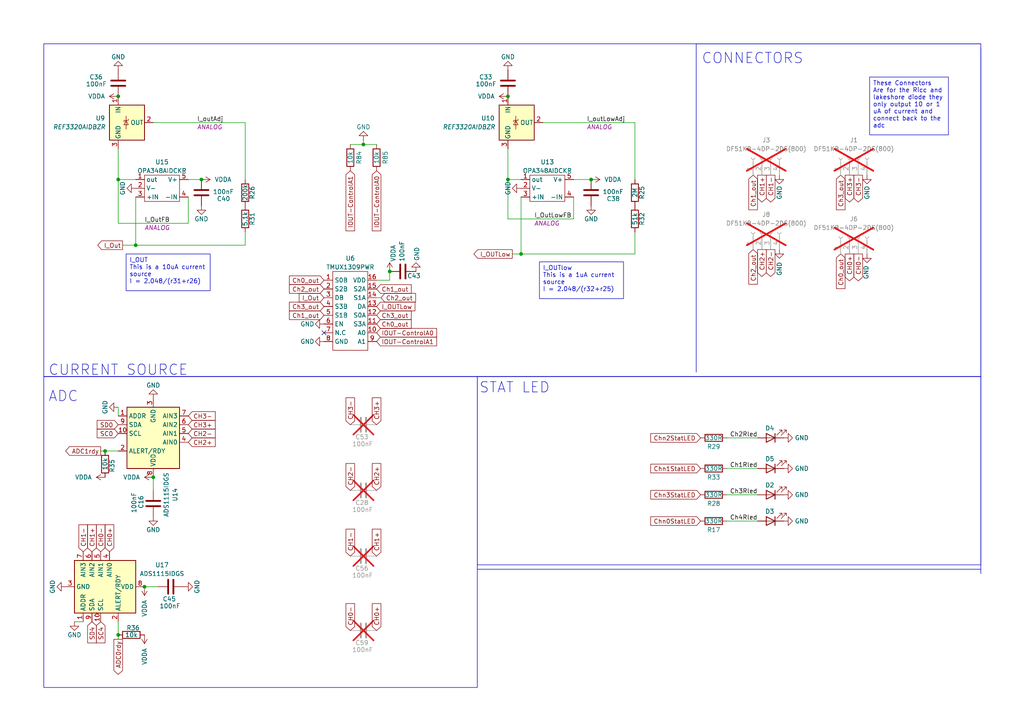
<source format=kicad_sch>
(kicad_sch (version 20250114) (generator "eeschema") (generator_version "9.0")
  (paper "A4")
  (title_block (title "TempMonitorV3.0") (date "2024-09-09") (rev "3.0") (company "ChipDesignSystems") (comment 1 "Desighned by : Lawrance Kiamilev"))
  (lib_symbols
    (symbol "Analog_ADC:ADS1115IDGS"
      (property "Reference" "U" (at 2.54 13.97 0))
      (property "Value" "ADS1115IDGS" (at 7.62 11.43 0))
      (symbol "ADS1115IDGS_0_1"
        (rectangle (start -7.62 10.16) (end 7.62 -7.62) (stroke (width 0.254)) (fill (type background)))
      )
      (symbol "ADS1115IDGS_1_1"
        (pin input line (at -10.16 2.54 0) (length 2.54) (name "AIN0") (number "4"))
        (pin input line (at -10.16 0 0) (length 2.54) (name "AIN1") (number "5"))
        (pin input line (at -10.16 -2.54 0) (length 2.54) (name "AIN2") (number "6"))
        (pin input line (at -10.16 -5.08 0) (length 2.54) (name "AIN3") (number "7"))
        (pin power_in line (at 0 12.7 270) (length 2.54) (name "VDD") (number "8"))
        (pin power_in line (at 0 -10.16 90) (length 2.54) (name "GND") (number "3"))
        (pin output line (at 10.16 5.08 180) (length 2.54) (name "ALERT/RDY") (number "2"))
        (pin input line (at 10.16 0 180) (length 2.54) (name "SCL") (number "10"))
        (pin bidirectional line (at 10.16 -2.54 180) (length 2.54) (name "SDA") (number "9"))
        (pin input line (at 10.16 -5.08 180) (length 2.54) (name "ADDR") (number "1"))
      )
    )
    (symbol "Connector:Conn_01x04_Socket" (pin_names (offset 1.016) (hide yes))
      (property "Reference" "J" (at 0 5.08 0))
      (property "Value" "Conn_01x04_Socket" (at 0 -7.62 0))
      (symbol "Conn_01x04_Socket_1_1"
        (polyline (pts (xy -1.27 2.54) (xy -0.508 2.54)) (stroke (width 0.1524)))
        (polyline (pts (xy -1.27 0) (xy -0.508 0)) (stroke (width 0.1524)))
        (polyline (pts (xy -1.27 -2.54) (xy -0.508 -2.54)) (stroke (width 0.1524)))
        (polyline (pts (xy -1.27 -5.08) (xy -0.508 -5.08)) (stroke (width 0.1524)))
        (arc (start 0 2.032) (mid -0.5058 2.54) (end 0 3.048) (stroke (width 0.1524)))
        (arc (start 0 -0.508) (mid -0.5058 0) (end 0 0.508) (stroke (width 0.1524)))
        (arc (start 0 -3.048) (mid -0.5058 -2.54) (end 0 -2.032) (stroke (width 0.1524)))
        (arc (start 0 -5.588) (mid -0.5058 -5.08) (end 0 -4.572) (stroke (width 0.1524)))
        (pin passive line (at -5.08 2.54 0) (length 3.81) (name "Pin_1") (number "1"))
        (pin passive line (at -5.08 0 0) (length 3.81) (name "Pin_2") (number "2"))
        (pin passive line (at -5.08 -2.54 0) (length 3.81) (name "Pin_3") (number "3"))
        (pin passive line (at -5.08 -5.08 0) (length 3.81) (name "Pin_4") (number "4"))
      )
    )
    (symbol "Device:C" (pin_numbers (hide yes)) (pin_names (offset 0.254))
      (property "Reference" "C" (at 0.635 2.54 0))
      (property "Value" "C" (at 0.635 -2.54 0))
      (symbol "C_0_1"
        (polyline (pts (xy -2.032 0.762) (xy 2.032 0.762)) (stroke (width 0.508)))
        (polyline (pts (xy -2.032 -0.762) (xy 2.032 -0.762)) (stroke (width 0.508)))
      )
      (symbol "C_1_1"
        (pin passive line (at 0 3.81 270) (length 2.794) (name "~") (number "1"))
        (pin passive line (at 0 -3.81 90) (length 2.794) (name "~") (number "2"))
      )
    )
    (symbol "Device:LED" (pin_numbers (hide yes)) (pin_names (offset 1.016) (hide yes))
      (property "Reference" "D" (at 0 2.54 0))
      (property "Value" "LED" (at 0 -2.54 0))
      (symbol "LED_0_1"
        (polyline (pts (xy -3.048 -0.762) (xy -4.572 -2.286) (xy -3.81 -2.286) (xy -4.572 -2.286) (xy -4.572 -1.524)))
        (polyline (pts (xy -1.778 -0.762) (xy -3.302 -2.286) (xy -2.54 -2.286) (xy -3.302 -2.286) (xy -3.302 -1.524)))
        (polyline (pts (xy -1.27 0) (xy 1.27 0)))
        (polyline (pts (xy -1.27 -1.27) (xy -1.27 1.27)) (stroke (width 0.254)))
        (polyline (pts (xy 1.27 -1.27) (xy 1.27 1.27) (xy -1.27 0) (xy 1.27 -1.27)) (stroke (width 0.254)))
      )
      (symbol "LED_1_1"
        (pin passive line (at -3.81 0 0) (length 2.54) (name "K") (number "1"))
        (pin passive line (at 3.81 0 180) (length 2.54) (name "A") (number "2"))
      )
    )
    (symbol "Device:R" (pin_numbers (hide yes)) (pin_names (offset 0))
      (property "Reference" "R" (at 2.032 0 90))
      (property "Value" "R" (at 0 0 90))
      (symbol "R_0_1"
        (rectangle (start -1.016 -2.54) (end 1.016 2.54) (stroke (width 0.254)))
      )
      (symbol "R_1_1"
        (pin passive line (at 0 3.81 270) (length 1.27) (name "~") (number "1"))
        (pin passive line (at 0 -3.81 90) (length 1.27) (name "~") (number "2"))
      )
    )
    (symbol "Reference_Voltage:REF3020" (pin_names (offset 0.254))
      (property "Reference" "U" (at 0 6.35 0))
      (property "Value" "REF3020" (at 2.54 -6.35 0))
      (symbol "REF3020_0_1"
        (rectangle (start -5.08 5.08) (end 5.08 -5.08) (stroke (width 0.254)) (fill (type background)))
        (polyline (pts (xy -0.889 -0.635) (xy 0.381 -0.635) (xy -0.254 0.635) (xy -0.889 -0.635)))
        (polyline (pts (xy -0.254 1.905) (xy -0.254 -1.905)))
        (polyline (pts (xy 0.381 1.016) (xy 0.381 0.635) (xy -0.889 0.635) (xy -0.889 0.254)))
      )
      (symbol "REF3020_1_1"
        (pin power_in line (at -2.54 7.62 270) (length 2.54) (name "IN") (number "1"))
        (pin power_in line (at -2.54 -7.62 90) (length 2.54) (name "GND") (number "3"))
        (pin power_out line (at 7.62 0 180) (length 2.54) (name "OUT") (number "2"))
      )
    )
    (symbol "power:GND" (power) (pin_names (offset 0))
      (property "Value" "GND" (at 0 -3.81 0))
      (symbol "GND_0_1"
        (polyline (pts (xy 0 0) (xy 0 -1.27) (xy 1.27 -1.27) (xy 0 -2.54) (xy -1.27 -1.27) (xy 0 -1.27)))
      )
      (symbol "GND_1_1"
        (pin power_in line (at 0 0 270) (length 0) (hide yes) (name "GND") (number "1"))
      )
    )
    (symbol "power:VDDA" (power) (pin_names (offset 0))
      (property "Value" "VDDA" (at 0 3.81 0))
      (symbol "VDDA_0_1"
        (polyline (pts (xy -0.762 1.27) (xy 0 2.54)))
        (polyline (pts (xy 0 2.54) (xy 0.762 1.27)))
        (polyline (pts (xy 0 0) (xy 0 2.54)))
      )
      (symbol "VDDA_1_1"
        (pin power_in line (at 0 0 90) (length 0) (hide yes) (name "VDDA") (number "1"))
      )
    )
    (symbol "user:OPAx348"
      (property "Reference" "U" (at 0 -5.334 0))
      (symbol "OPAx348_0_1"
        (rectangle (start -5.08 3.81) (end 5.08 -3.81))
      )
      (symbol "OPAx348_1_1"
        (pin input line (at -7.62 2.54 0) (length 2.54) (name "out") (number "1"))
        (pin input line (at -7.62 0 0) (length 2.54) (name "V-") (number "2"))
        (pin input line (at -7.62 -2.54 0) (length 2.54) (name "+IN") (number "3"))
        (pin input line (at 7.62 2.54 180) (length 2.54) (name "V+") (number "5"))
        (pin input line (at 7.62 -2.54 180) (length 2.54) (name "-IN") (number "4"))
      )
    )
    (symbol "user:TMUX1309A"
      (property "Reference" "U" (at 0 0 0))
      (symbol "TMUX1309A_0_1"
        (rectangle (start -5.08 10.16) (end 5.08 -12.7))
      )
      (symbol "TMUX1309A_1_1"
        (pin input line (at -7.62 7.62 0) (length 2.54) (name "S0B") (number "1"))
        (pin input line (at -7.62 5.08 0) (length 2.54) (name "S2B") (number "2"))
        (pin input line (at -7.62 2.54 0) (length 2.54) (name "DB") (number "3"))
        (pin input line (at -7.62 0 0) (length 2.54) (name "S3B") (number "4"))
        (pin input line (at -7.62 -2.54 0) (length 2.54) (name "S1B") (number "5"))
        (pin input line (at -7.62 -5.08 0) (length 2.54) (name "EN") (number "6"))
        (pin input line (at -7.62 -7.62 0) (length 2.54) (name "N.C") (number "7"))
        (pin input line (at -7.62 -10.16 0) (length 2.54) (name "GND") (number "8"))
        (pin input line (at 7.62 7.62 180) (length 2.54) (name "VDD") (number "16"))
        (pin input line (at 7.62 5.08 180) (length 2.54) (name "S2A") (number "15"))
        (pin input line (at 7.62 2.54 180) (length 2.54) (name "S1A") (number "14"))
        (pin input line (at 7.62 0 180) (length 2.54) (name "DA") (number "13"))
        (pin input line (at 7.62 -2.54 180) (length 2.54) (name "S0A") (number "12"))
        (pin input line (at 7.62 -5.08 180) (length 2.54) (name "S3A") (number "11"))
        (pin input line (at 7.62 -7.62 180) (length 2.54) (name "A0") (number "10"))
        (pin input line (at 7.62 -10.16 180) (length 2.54) (name "A1") (number "9"))
      )
    )
  )
  (rectangle (start 12.7 12.7) (end 284.48 109.22))
  (rectangle (start 138.43 109.22) (end 284.48 163.83))
  (rectangle (start 12.7 109.22) (end 138.43 199.39))
  (text "CONNECTORS" (at 203.454 18.796 0) (effects (font (size 3 3)) (justify left bottom)))
  (text "ADC" (at 13.97 116.84 0) (effects (font (size 3 3)) (justify left bottom)))
  (text "STAT LED" (at 138.938 114.3 0) (effects (font (size 3 3)) (justify left bottom)))
  (text "CURRENT SOURCE" (at 13.97 109.22 0) (effects (font (size 3 3)) (justify left bottom)))
  (text_box "These Connectors Are for the Ricc and lakeshore diode they only output 10 or 1 uA of current and connect back to the adc" (at 252.222 22.352 0) (size 22.86 16.764) (margins 0.9525 0.9525 0.9525 0.9525) (effects (font (size 1.27 1.27)) (justify left top)))
  (text_box "I_OUT \nThis is a 10uA current source\nI = 2.048/(r31+r26)" (at 36.576 73.66 0) (size 24.384 10.668) (margins 0.9525 0.9525 0.9525 0.9525) (effects (font (size 1.27 1.27)) (justify left top)))
  (text_box "I_OUTlow \nThis is a 1uA current source\nI = 2.048/(r32+r25)" (at 156.464 75.946 0) (size 24.384 10.668) (margins 0.9525 0.9525 0.9525 0.9525) (effects (font (size 1.27 1.27)) (justify left top)))
  (junction (at 147.32 27.94))
  (junction (at 30.48 130.81))
  (junction (at 151.13 73.66))
  (junction (at 105.41 41.91))
  (junction (at 34.29 27.94))
  (junction (at 171.45 52.07))
  (junction (at 34.29 184.15))
  (junction (at 34.29 52.07))
  (junction (at 58.42 52.07))
  (junction (at 39.37 71.12))
  (junction (at 41.91 170.18))
  (junction (at 113.03 78.74))
  (junction (at 147.32 52.07))
  (junction (at 44.45 138.43))
  (no_connect (at 93.98 96.52))
  (wire (pts (xy 184.15 35.56) (xy 184.15 52.07)))
  (wire (pts (xy 210.82 127) (xy 219.71 127)))
  (wire (pts (xy 151.13 73.66) (xy 184.15 73.66)))
  (wire (pts (xy 166.37 57.15) (xy 166.37 63.5)))
  (wire (pts (xy 147.32 52.07) (xy 147.32 63.5)))
  (wire (pts (xy 157.48 35.56) (xy 184.15 35.56)))
  (wire (pts (xy 151.13 57.15) (xy 151.13 73.66)))
  (wire (pts (xy 101.6 41.91) (xy 105.41 41.91)))
  (wire (pts (xy 105.41 41.91) (xy 105.41 40.64)))
  (wire (pts (xy 210.82 135.89) (xy 219.71 135.89)))
  (wire (pts (xy 166.37 52.07) (xy 171.45 52.07)))
  (wire (pts (xy 34.29 52.07) (xy 34.29 64.77)))
  (wire (pts (xy 29.21 130.81) (xy 30.48 130.81)))
  (polyline (pts (xy 284.48 165.1) (xy 138.43 165.1)))
  (wire (pts (xy 35.56 71.12) (xy 39.37 71.12)))
  (wire (pts (xy 44.45 138.43) (xy 44.45 142.24)))
  (wire (pts (xy 34.29 52.07) (xy 39.37 52.07)))
  (wire (pts (xy 44.45 35.56) (xy 71.12 35.56)))
  (wire (pts (xy 184.15 67.31) (xy 184.15 73.66)))
  (wire (pts (xy 210.82 151.13) (xy 219.71 151.13)))
  (wire (pts (xy 34.29 185.42) (xy 34.29 184.15)))
  (wire (pts (xy 30.48 130.81) (xy 34.29 130.81)))
  (polyline (pts (xy 201.93 107.95) (xy 201.93 12.7)))
  (wire (pts (xy 210.82 143.51) (xy 219.71 143.51)))
  (wire (pts (xy 34.29 118.11) (xy 34.29 120.65)))
  (wire (pts (xy 71.12 67.31) (xy 71.12 71.12)))
  (wire (pts (xy 147.32 43.18) (xy 147.32 52.07)))
  (wire (pts (xy 148.59 73.66) (xy 151.13 73.66)))
  (wire (pts (xy 34.29 184.15) (xy 34.29 180.34)))
  (wire (pts (xy 39.37 71.12) (xy 71.12 71.12)))
  (wire (pts (xy 54.61 64.77) (xy 54.61 57.15)))
  (wire (pts (xy 110.49 86.36) (xy 109.22 86.36)))
  (wire (pts (xy 147.32 63.5) (xy 166.37 63.5)))
  (wire (pts (xy 54.61 52.07) (xy 58.42 52.07)))
  (wire (pts (xy 105.41 41.91) (xy 109.22 41.91)))
  (wire (pts (xy 34.29 64.77) (xy 54.61 64.77)))
  (wire (pts (xy 113.03 78.74) (xy 113.03 81.28)))
  (wire (pts (xy 113.03 81.28) (xy 109.22 81.28)))
  (wire (pts (xy 41.91 170.18) (xy 45.72 170.18)))
  (wire (pts (xy 39.37 57.15) (xy 39.37 71.12)))
  (wire (pts (xy 34.29 43.18) (xy 34.29 52.07)))
  (wire (pts (xy 71.12 35.56) (xy 71.12 52.07)))
  (polyline (pts (xy 201.93 12.7) (xy 284.48 12.7)))
  (wire (pts (xy 21.59 180.34) (xy 24.13 180.34)))
  (wire (pts (xy 147.32 52.07) (xy 151.13 52.07)))
  (polyline (pts (xy 284.48 13.97) (xy 284.48 166.37)))
  (label "I_outLowAdj" (at 170.18 35.56 0) (property "Netclass" "ANALOG" (at 170.18 36.83 0) (effects (font (italic yes)) (justify left))))
  (label "Ch1Rled" (at 219.71 135.89 180) (property "Netclass" "Voltage" (effects (hide yes))))
  (label "I_OutLowFB" (at 154.94 63.5 0) (property "Netclass" "ANALOG" (at 154.94 64.77 0) (effects (font (italic yes)) (justify left))))
  (label "Ch2Rled" (at 219.71 127 180) (property "Netclass" "Voltage" (effects (hide yes))))
  (label "I_OutFB" (at 41.91 64.77 0) (property "Netclass" "ANALOG" (at 41.91 66.04 0) (effects (font (italic yes)) (justify left))))
  (label "Ch4Rled" (at 219.71 151.13 180) (property "Netclass" "Voltage" (effects (hide yes))))
  (label "I_outAdj" (at 57.15 35.56 0) (property "Netclass" "ANALOG" (at 57.15 36.83 0) (effects (font (italic yes)) (justify left))))
  (label "Ch3Rled" (at 219.71 143.51 180) (property "Netclass" "Voltage" (effects (hide yes))))
  (global_label "CH2+" (shape output) (at 220.98 72.39 270) (property "Intersheetrefs" "${INTERSHEET_REFS}" (effects (hide yes))) (property "Netclass" "ANALOG" (effects (hide yes))))
  (global_label "I_OUTLow" (shape output) (at 148.59 73.66 180) (property "Intersheetrefs" "${INTERSHEET_REFS}" (effects (hide yes))) (property "Netclass" "ANALOG" (effects (hide yes))))
  (global_label "CH0-" (shape output) (at 248.92 73.66 270) (property "Intersheetrefs" "${INTERSHEET_REFS}" (effects (hide yes))) (property "Netclass" "ANALOG" (effects (hide yes))))
  (global_label "SC4" (shape input) (at 29.21 180.34 270) (property "Intersheetrefs" "${INTERSHEET_REFS}" (effects (hide yes))) (property "Netclass" "I2C" (effects (hide yes))))
  (global_label "Ch0_out" (shape input) (at 243.84 73.66 270) (property "Intersheetrefs" "${INTERSHEET_REFS}" (effects (hide yes))) (property "Netclass" "ANALOG" (effects (hide yes))))
  (global_label "CH1-" (shape input) (at 24.13 160.02 90) (property "Intersheetrefs" "${INTERSHEET_REFS}" (effects (hide yes))) (property "Netclass" "ANALOG" (effects (hide yes))))
  (global_label "Ch2_out" (shape input) (at 218.44 72.39 270) (property "Intersheetrefs" "${INTERSHEET_REFS}" (effects (hide yes))) (property "Netclass" "ANALOG" (effects (hide yes))))
  (global_label "IOUT-ControlA0" (shape input) (at 109.22 96.52 0) (property "Intersheetrefs" "${INTERSHEET_REFS}" (effects (hide yes))) (property "Netclass" "Voltage" (effects (hide yes))))
  (global_label "CH1-" (shape input) (at 101.6 161.29 90) (property "Intersheetrefs" "${INTERSHEET_REFS}" (effects (hide yes))) (property "Netclass" "ANALOG" (effects (hide yes))))
  (global_label "CH2+" (shape input) (at 109.22 142.24 90) (property "Intersheetrefs" "${INTERSHEET_REFS}" (effects (hide yes))) (property "Netclass" "ANALOG" (effects (hide yes))))
  (global_label "Ch3_out" (shape input) (at 243.84 50.8 270) (property "Intersheetrefs" "${INTERSHEET_REFS}" (effects (hide yes))) (property "Netclass" "ANALOG" (effects (hide yes))))
  (global_label "CH2-" (shape input) (at 54.61 125.73 0) (property "Intersheetrefs" "${INTERSHEET_REFS}" (effects (hide yes))) (property "Netclass" "ANALOG" (effects (hide yes))))
  (global_label "Ch0_out" (shape input) (at 109.22 93.98 0) (property "Intersheetrefs" "${INTERSHEET_REFS}" (effects (hide yes))) (property "Netclass" "ANALOG" (effects (hide yes))))
  (global_label "Ch0_out" (shape input) (at 93.98 81.28 180) (property "Intersheetrefs" "${INTERSHEET_REFS}" (effects (hide yes))) (property "Netclass" "ANALOG" (effects (hide yes))))
  (global_label "IOUT-ControlA1" (shape input) (at 109.22 99.06 0) (property "Intersheetrefs" "${INTERSHEET_REFS}" (effects (hide yes))) (property "Netclass" "Voltage" (effects (hide yes))))
  (global_label "Ch1_out" (shape input) (at 109.22 83.82 0) (property "Intersheetrefs" "${INTERSHEET_REFS}" (effects (hide yes))) (property "Netclass" "ANALOG" (effects (hide yes))))
  (global_label "CH0-" (shape input) (at 101.6 182.88 90) (property "Intersheetrefs" "${INTERSHEET_REFS}" (effects (hide yes))) (property "Netclass" "ANALOG" (effects (hide yes))))
  (global_label "I_Out" (shape input) (at 93.98 86.36 180) (property "Intersheetrefs" "${INTERSHEET_REFS}" (effects (hide yes))) (property "Netclass" "ANALOG" (effects (hide yes))))
  (global_label "CH3-" (shape input) (at 54.61 120.65 0) (property "Intersheetrefs" "${INTERSHEET_REFS}" (effects (hide yes))) (property "Netclass" "ANALOG" (effects (hide yes))))
  (global_label "SC0" (shape input) (at 34.29 125.73 180) (property "Intersheetrefs" "${INTERSHEET_REFS}" (effects (hide yes))) (property "Netclass" "I2C" (effects (hide yes))))
  (global_label "CH1+" (shape input) (at 26.67 160.02 90) (property "Intersheetrefs" "${INTERSHEET_REFS}" (effects (hide yes))) (property "Netclass" "ANALOG" (effects (hide yes))))
  (global_label "CH1-" (shape output) (at 223.52 50.8 270) (property "Intersheetrefs" "${INTERSHEET_REFS}" (effects (hide yes))) (property "Netclass" "ANALOG" (effects (hide yes))))
  (global_label "Ch2_out" (shape input) (at 93.98 83.82 180) (property "Intersheetrefs" "${INTERSHEET_REFS}" (effects (hide yes))) (property "Netclass" "ANALOG" (effects (hide yes))))
  (global_label "Chn2StatLED" (shape input) (at 203.2 127 180) (property "Intersheetrefs" "${INTERSHEET_REFS}" (effects (hide yes))) (property "Netclass" "Voltage" (effects (hide yes))))
  (global_label "CH2+" (shape input) (at 54.61 128.27 0) (property "Intersheetrefs" "${INTERSHEET_REFS}" (effects (hide yes))) (property "Netclass" "ANALOG" (effects (hide yes))))
  (global_label "Ch2_out" (shape input) (at 110.49 86.36 0) (property "Intersheetrefs" "${INTERSHEET_REFS}" (effects (hide yes))) (property "Netclass" "ANALOG" (effects (hide yes))))
  (global_label "Chn3StatLED" (shape input) (at 203.2 143.51 180) (property "Intersheetrefs" "${INTERSHEET_REFS}" (effects (hide yes))) (property "Netclass" "Voltage" (effects (hide yes))))
  (global_label "CH3-" (shape input) (at 101.6 123.19 90) (property "Intersheetrefs" "${INTERSHEET_REFS}" (effects (hide yes))) (property "Netclass" "ANALOG" (effects (hide yes))))
  (global_label "Ch1_out" (shape input) (at 93.98 91.44 180) (property "Intersheetrefs" "${INTERSHEET_REFS}" (effects (hide yes))) (property "Netclass" "ANALOG" (effects (hide yes))))
  (global_label "CH2-" (shape input) (at 101.6 142.24 90) (property "Intersheetrefs" "${INTERSHEET_REFS}" (effects (hide yes))) (property "Netclass" "ANALOG" (effects (hide yes))))
  (global_label "CH1+" (shape input) (at 109.22 161.29 90) (property "Intersheetrefs" "${INTERSHEET_REFS}" (effects (hide yes))) (property "Netclass" "ANALOG" (effects (hide yes))))
  (global_label "CH0-" (shape input) (at 29.21 160.02 90) (property "Intersheetrefs" "${INTERSHEET_REFS}" (effects (hide yes))) (property "Netclass" "ANALOG" (effects (hide yes))))
  (global_label "Chn1StatLED" (shape input) (at 203.2 135.89 180) (property "Intersheetrefs" "${INTERSHEET_REFS}" (effects (hide yes))) (property "Netclass" "Voltage" (effects (hide yes))))
  (global_label "I_OUTLow" (shape input) (at 109.22 88.9 0) (property "Intersheetrefs" "${INTERSHEET_REFS}" (effects (hide yes))) (property "Netclass" "ANALOG" (effects (hide yes))))
  (global_label "CH0+" (shape input) (at 109.22 182.88 90) (property "Intersheetrefs" "${INTERSHEET_REFS}" (effects (hide yes))) (property "Netclass" "ANALOG" (effects (hide yes))))
  (global_label "I_Out" (shape output) (at 35.56 71.12 180) (property "Intersheetrefs" "${INTERSHEET_REFS}" (effects (hide yes))) (property "Netclass" "ANALOG" (effects (hide yes))))
  (global_label "SD0" (shape input) (at 34.29 123.19 180) (property "Intersheetrefs" "${INTERSHEET_REFS}" (effects (hide yes))) (property "Netclass" "I2C" (effects (hide yes))))
  (global_label "CH3+" (shape input) (at 109.22 123.19 90) (property "Intersheetrefs" "${INTERSHEET_REFS}" (effects (hide yes))) (property "Netclass" "ANALOG" (effects (hide yes))))
  (global_label "Ch3_out" (shape input) (at 109.22 91.44 0) (property "Intersheetrefs" "${INTERSHEET_REFS}" (effects (hide yes))) (property "Netclass" "ANALOG" (effects (hide yes))))
  (global_label "CH0+" (shape output) (at 246.38 73.66 270) (property "Intersheetrefs" "${INTERSHEET_REFS}" (effects (hide yes))) (property "Netclass" "ANALOG" (effects (hide yes))))
  (global_label "SD4" (shape input) (at 26.67 180.34 270) (property "Intersheetrefs" "${INTERSHEET_REFS}" (effects (hide yes))) (property "Netclass" "I2C" (effects (hide yes))))
  (global_label "ADC1rdy" (shape output) (at 29.21 130.81 180) (property "Intersheetrefs" "${INTERSHEET_REFS}" (effects (hide yes))) (property "Netclass" "I2C" (effects (hide yes))))
  (global_label "CH3+" (shape input) (at 54.61 123.19 0) (property "Intersheetrefs" "${INTERSHEET_REFS}" (effects (hide yes))) (property "Netclass" "ANALOG" (effects (hide yes))))
  (global_label "IOUT-ControlA1" (shape input) (at 101.6 49.53 270) (property "Intersheetrefs" "${INTERSHEET_REFS}" (effects (hide yes))) (property "Netclass" "Voltage" (effects (hide yes))))
  (global_label "Chn0StatLED" (shape input) (at 203.2 151.13 180) (property "Intersheetrefs" "${INTERSHEET_REFS}" (effects (hide yes))) (property "Netclass" "Voltage" (effects (hide yes))))
  (global_label "ADC0rdy" (shape output) (at 34.29 185.42 270) (property "Intersheetrefs" "${INTERSHEET_REFS}" (effects (hide yes))) (property "Netclass" "I2C" (effects (hide yes))))
  (global_label "Ch3_out" (shape input) (at 93.98 88.9 180) (property "Intersheetrefs" "${INTERSHEET_REFS}" (effects (hide yes))) (property "Netclass" "ANALOG" (effects (hide yes))))
  (global_label "CH3-" (shape output) (at 248.92 50.8 270) (property "Intersheetrefs" "${INTERSHEET_REFS}" (effects (hide yes))) (property "Netclass" "ANALOG" (effects (hide yes))))
  (global_label "CH3+" (shape output) (at 246.38 50.8 270) (property "Intersheetrefs" "${INTERSHEET_REFS}" (effects (hide yes))) (property "Netclass" "ANALOG" (effects (hide yes))))
  (global_label "CH1+" (shape output) (at 220.98 50.8 270) (property "Intersheetrefs" "${INTERSHEET_REFS}" (effects (hide yes))) (property "Netclass" "ANALOG" (effects (hide yes))))
  (global_label "IOUT-ControlA0" (shape input) (at 109.22 49.53 270) (property "Intersheetrefs" "${INTERSHEET_REFS}" (effects (hide yes))) (property "Netclass" "Voltage" (effects (hide yes))))
  (global_label "CH2-" (shape output) (at 223.52 72.39 270) (property "Intersheetrefs" "${INTERSHEET_REFS}" (effects (hide yes))) (property "Netclass" "ANALOG" (effects (hide yes))))
  (global_label "CH0+" (shape input) (at 31.75 160.02 90) (property "Intersheetrefs" "${INTERSHEET_REFS}" (effects (hide yes))) (property "Netclass" "ANALOG" (effects (hide yes))))
  (global_label "Ch1_out" (shape input) (at 218.44 50.8 270) (property "Intersheetrefs" "${INTERSHEET_REFS}" (effects (hide yes))) (property "Netclass" "ANALOG" (effects (hide yes))))
  (symbol (lib_id "power:GND") (at 227.33 135.89 90) (unit 1)
    (property "Reference" "#PWR073" (effects (hide yes)))
    (property "Value" "GND" (at 230.505 135.89 90) (effects (justify right)))
  )
  (symbol (lib_id "Device:LED") (at 223.52 151.13 180) (unit 1)
    (property "Reference" "D3" (at 223.266 148.336 0))
    (property "Value" "CN" (effects (hide yes)))
    (property "Footprint" "LED_SMD:LED_0603_1608Metric_Pad1.05x0.95mm_HandSolder" (effects (hide yes)))
    (property "Datasheet" "https://jlcpcb.com/api/file/downloadByFileSystemAccessId/8588894563377557504" (effects (hide yes)))
    (property "Description" "20mA 140mcd Colorless transparent lens -40℃~+85℃ 588nm Yellow 120° 50mW 2V 0603 LED Indication - Discrete ROHS" (effects (hide yes)))
    (property "Prt#" "BL-HKC36G-AV-TRB" (effects (hide yes)))
    (property "digikey" "https://www.digikey.com/en/products/detail/w%C3%BCrth-elektronik/150060RS75000/4489901?s=N4IgTCBcDaIIwFYAMSBsSBKBlA7MlIAugL5A" (effects (hide yes)))
    (property "JLC part #" "C165981" (effects (hide yes)))
  )
  (symbol (lib_id "Device:C") (at 49.53 170.18 90) (unit 1)
    (property "Reference" "C45" (at 51.054 173.736 90) (effects (justify left)))
    (property "Value" "100nF" (at 52.324 175.768 90) (effects (justify left)))
    (property "Footprint" "Capacitor_SMD:C_0603_1608Metric" (effects (hide yes)))
    (property "Datasheet" "https://jlcpcb.com/api/file/downloadByFileSystemAccessId/8579707083955945472" (effects (hide yes)))
    (property "Description" "50V 100nF X7R ±10% 0603 Multilayer Ceramic Capacitors MLCC - SMD/SMT ROHS" (effects (hide yes)))
    (property "Prt#" "CC0603KRX7R9BB104" (effects (hide yes)))
    (property "digikey" "https://www.digikey.com/en/products/detail/samsung-electro-mechanics/CL05B104KP5NNNC/3886660" (effects (hide yes)))
    (property "JLC part #" "C14663" (effects (hide yes)))
  )
  (symbol (lib_id "power:GND") (at 34.29 20.32 180) (unit 1)
    (property "Reference" "#PWR030" (effects (hide yes)))
    (property "Value" "GND" (at 34.29 16.51 0))
  )
  (symbol (lib_id "Device:LED") (at 223.52 135.89 180) (unit 1)
    (property "Reference" "D5" (at 223.266 133.096 0))
    (property "Value" "CN" (effects (hide yes)))
    (property "Footprint" "LED_SMD:LED_0603_1608Metric_Pad1.05x0.95mm_HandSolder" (effects (hide yes)))
    (property "Datasheet" "https://jlcpcb.com/api/file/downloadByFileSystemAccessId/8588894563377557504" (effects (hide yes)))
    (property "Description" "20mA 140mcd Colorless transparent lens -40℃~+85℃ 588nm Yellow 120° 50mW 2V 0603 LED Indication - Discrete ROHS" (effects (hide yes)))
    (property "Prt#" "BL-HKC36G-AV-TRB" (effects (hide yes)))
    (property "digikey" "https://www.digikey.com/en/products/detail/w%C3%BCrth-elektronik/150060RS75000/4489901?s=N4IgTCBcDaIIwFYAMSBsSBKBlA7MlIAugL5A" (effects (hide yes)))
    (property "JLC part #" "C165981" (effects (hide yes)))
  )
  (symbol (lib_id "Device:R") (at 207.01 151.13 90) (unit 1)
    (property "Reference" "R17" (at 207.01 153.67 90))
    (property "Value" "330R" (at 207.01 151.13 90))
    (property "Footprint" "Resistor_SMD:R_0603_1608Metric" (effects (hide yes)))
    (property "Datasheet" "https://jlcpcb.com/api/file/downloadByFileSystemAccessId/8579706114222985216" (effects (hide yes)))
    (property "Description" "100mW Thick Film Resistors 75V ±1% ±200ppm/℃ 100Ω 0603 Chip Resistor - Surface Mount ROHS" (effects (hide yes)))
    (property "Prt#" "0603WAF1000T5E" (effects (hide yes)))
    (property "digikey" "https://www.digikey.com/en/products/detail/panasonic-electronic-components/ERJ-2RKF4530X/192368" (effects (hide yes)))
    (property "JLC part #" "C22775" (effects (hide yes)))
  )
  (symbol (lib_id "power:GND") (at 227.33 151.13 90) (unit 1)
    (property "Reference" "#PWR069" (effects (hide yes)))
    (property "Value" "GND" (at 230.505 151.13 90) (effects (justify right)))
  )
  (symbol (lib_id "Connector:Conn_01x04_Socket") (at 220.98 67.31 90) (unit 1) (dnp yes)
    (property "Reference" "J8" (at 222.25 62.23 90))
    (property "Value" "DF51KB-4DP-2DS(800)" (at 222.25 64.77 90))
    (property "Footprint" "LawranceUserLib:DF51K-4DS-2C(800)" (effects (hide yes)))
    (property "Datasheet" "https://www.hirose.com/product/download/?distributor=digikey&type=2d&lang=en&num=DF51KB-4DP-2DS(800)" (effects (hide yes)))
    (property "Description" "Connector Header Through Hole, Right Angle 4 position 0.079\" (2.00mm)" (effects (hide yes)))
    (property "digikey" "https://www.digikey.com/en/products/detail/hirose-electric-co-ltd/DF51KB-4DP-2DS-800/10413589" (effects (hide yes)))
    (property "Prt#" "DF51KB-4DP-2DS(800)" (effects (hide yes)))
  )
  (symbol (lib_id "power:VDDA") (at 113.03 78.74 0) (unit 1)
    (property "Reference" "#PWR071" (effects (hide yes)))
    (property "Value" "VDDA" (at 114.046 75.946 90) (effects (justify left)))
  )
  (symbol (lib_id "Connector:Conn_01x04_Socket") (at 246.38 68.58 90) (unit 1) (dnp yes)
    (property "Reference" "J6" (at 247.65 63.5 90))
    (property "Value" "DF51KB-4DP-2DS(800)" (at 247.65 66.04 90))
    (property "Footprint" "LawranceUserLib:DF51K-4DS-2C(800)" (effects (hide yes)))
    (property "Datasheet" "https://www.hirose.com/product/download/?distributor=digikey&type=2d&lang=en&num=DF51KB-4DP-2DS(800)" (effects (hide yes)))
    (property "Description" "Connector Header Through Hole, Right Angle 4 position 0.079\" (2.00mm)" (effects (hide yes)))
    (property "digikey" "https://www.digikey.com/en/products/detail/hirose-electric-co-ltd/DF51KB-4DP-2DS-800/10413589" (effects (hide yes)))
    (property "Prt#" "DF51KB-4DP-2DS(800)" (effects (hide yes)))
  )
  (symbol (lib_id "power:GND") (at 251.46 50.8 0) (unit 1)
    (property "Reference" "#PWR033" (effects (hide yes)))
    (property "Value" "GND" (at 251.46 55.88 90))
  )
  (symbol (lib_id "power:GND") (at 19.05 170.18 270) (unit 1)
    (property "Reference" "#PWR061" (effects (hide yes)))
    (property "Value" "GND" (at 15.24 170.18 0))
  )
  (symbol (lib_id "power:VDDA") (at 171.45 52.07 270) (unit 1)
    (property "Reference" "#PWR040" (effects (hide yes)))
    (property "Value" "VDDA" (at 175.26 52.07 90) (effects (justify left)))
  )
  (symbol (lib_id "Connector:Conn_01x04_Socket") (at 220.98 45.72 90) (unit 1) (dnp yes)
    (property "Reference" "J3" (at 222.25 40.64 90))
    (property "Value" "DF51KB-4DP-2DS(800)" (at 222.25 43.18 90))
    (property "Footprint" "LawranceUserLib:DF51K-4DS-2C(800)" (effects (hide yes)))
    (property "Datasheet" "https://www.hirose.com/product/download/?distributor=digikey&type=2d&lang=en&num=DF51KB-4DP-2DS(800)" (effects (hide yes)))
    (property "Description" "Connector Header Through Hole, Right Angle 4 position 0.079\" (2.00mm)" (effects (hide yes)))
    (property "digikey" "https://www.digikey.com/en/products/detail/hirose-electric-co-ltd/DF51KB-4DP-2DS-800/10413589" (effects (hide yes)))
    (property "Prt#" "DF51KB-4DP-2DS(800)" (effects (hide yes)))
  )
  (symbol (lib_id "power:GND") (at 58.42 59.69 0) (unit 1)
    (property "Reference" "#PWR047" (effects (hide yes)))
    (property "Value" "GND" (at 58.42 63.5 0))
  )
  (symbol (lib_id "power:GND") (at 171.45 59.69 0) (unit 1)
    (property "Reference" "#PWR038" (effects (hide yes)))
    (property "Value" "GND" (at 171.45 63.5 0))
  )
  (symbol (lib_id "power:GND") (at 34.29 118.11 270) (unit 1)
    (property "Reference" "#PWR036" (effects (hide yes)))
    (property "Value" "GND" (at 30.48 118.11 0))
  )
  (symbol (lib_id "Device:LED") (at 223.52 127 180) (unit 1)
    (property "Reference" "D4" (at 223.266 124.206 0))
    (property "Value" "CN" (effects (hide yes)))
    (property "Footprint" "LED_SMD:LED_0603_1608Metric_Pad1.05x0.95mm_HandSolder" (effects (hide yes)))
    (property "Datasheet" "https://jlcpcb.com/api/file/downloadByFileSystemAccessId/8588894563377557504" (effects (hide yes)))
    (property "Description" "20mA 140mcd Colorless transparent lens -40℃~+85℃ 588nm Yellow 120° 50mW 2V 0603 LED Indication - Discrete ROHS" (effects (hide yes)))
    (property "Prt#" "BL-HKC36G-AV-TRB" (effects (hide yes)))
    (property "digikey" "https://www.digikey.com/en/products/detail/w%C3%BCrth-elektronik/150060RS75000/4489901?s=N4IgTCBcDaIIwFYAMSBsSBKBlA7MlIAugL5A" (effects (hide yes)))
    (property "JLC part #" "C165981" (effects (hide yes)))
  )
  (symbol (lib_id "Device:C") (at 147.32 24.13 0) (unit 1)
    (property "Reference" "C33" (at 138.938 22.352 0) (effects (justify left)))
    (property "Value" "100nF" (at 137.922 24.384 0) (effects (justify left)))
    (property "Footprint" "Capacitor_SMD:C_0603_1608Metric" (effects (hide yes)))
    (property "Datasheet" "https://jlcpcb.com/api/file/downloadByFileSystemAccessId/8579707083955945472" (effects (hide yes)))
    (property "Description" "50V 100nF X7R ±10% 0603 Multilayer Ceramic Capacitors MLCC - SMD/SMT ROHS" (effects (hide yes)))
    (property "Prt#" "CC0603KRX7R9BB104" (effects (hide yes)))
    (property "digikey" "https://www.digikey.com/en/products/detail/yageo/CC0603KRX7R7BB104/302822" (effects (hide yes)))
    (property "JLC part #" "C14663" (effects (hide yes)))
  )
  (symbol (lib_id "power:GND") (at 147.32 20.32 180) (unit 1)
    (property "Reference" "#PWR027" (effects (hide yes)))
    (property "Value" "GND" (at 147.32 16.51 0))
  )
  (symbol (lib_id "Device:C") (at 58.42 55.88 180) (unit 1)
    (property "Reference" "C40" (at 66.802 57.658 0) (effects (justify left)))
    (property "Value" "100nF" (at 67.818 55.626 0) (effects (justify left)))
    (property "Footprint" "Capacitor_SMD:C_0603_1608Metric" (effects (hide yes)))
    (property "Datasheet" "https://jlcpcb.com/api/file/downloadByFileSystemAccessId/8579707083955945472" (effects (hide yes)))
    (property "Description" "50V 100nF X7R ±10% 0603 Multilayer Ceramic Capacitors MLCC - SMD/SMT ROHS" (effects (hide yes)))
    (property "Prt#" "CC0603KRX7R9BB104" (effects (hide yes)))
    (property "digikey" "https://www.digikey.com/en/products/detail/yageo/CC0603KRX7R7BB104/302822" (effects (hide yes)))
    (property "JLC part #" "C14663" (effects (hide yes)))
  )
  (symbol (lib_id "power:GND") (at 226.06 50.8 0) (unit 1)
    (property "Reference" "#PWR028" (effects (hide yes)))
    (property "Value" "GND" (at 226.06 55.88 90))
  )
  (symbol (lib_id "Device:C") (at 171.45 55.88 180) (unit 1)
    (property "Reference" "C38" (at 179.832 57.658 0) (effects (justify left)))
    (property "Value" "100nF" (at 180.848 55.626 0) (effects (justify left)))
    (property "Footprint" "Capacitor_SMD:C_0603_1608Metric" (effects (hide yes)))
    (property "Datasheet" "https://jlcpcb.com/api/file/downloadByFileSystemAccessId/8579707083955945472" (effects (hide yes)))
    (property "Description" "50V 100nF X7R ±10% 0603 Multilayer Ceramic Capacitors MLCC - SMD/SMT ROHS" (effects (hide yes)))
    (property "Prt#" "CC0603KRX7R9BB104" (effects (hide yes)))
    (property "digikey" "https://www.digikey.com/en/products/detail/yageo/CC0603KRX7R7BB104/302822" (effects (hide yes)))
    (property "JLC part #" "C14663" (effects (hide yes)))
  )
  (symbol (lib_id "Device:C") (at 105.41 142.24 90) (unit 1) (dnp yes)
    (property "Reference" "C28" (at 106.934 145.796 90) (effects (justify left)))
    (property "Value" "100nF" (at 108.204 147.828 90) (effects (justify left)))
    (property "Footprint" "Capacitor_SMD:C_0603_1608Metric" (effects (hide yes)))
    (property "Datasheet" "https://jlcpcb.com/api/file/downloadByFileSystemAccessId/8579707083955945472" (effects (hide yes)))
    (property "Description" "50V 100nF X7R ±10% 0603 Multilayer Ceramic Capacitors MLCC - SMD/SMT ROHS" (effects (hide yes)))
    (property "Prt#" "CC0603KRX7R9BB104" (effects (hide yes)))
    (property "digikey" "https://www.digikey.com/en/products/detail/samsung-electro-mechanics/CL05B104KP5NNNC/3886660" (effects (hide yes)))
    (property "JLC part #" "C14663" (effects (hide yes)))
  )
  (symbol (lib_id "Device:R") (at 71.12 63.5 180) (unit 1)
    (property "Reference" "R31" (at 73.152 63.5 90))
    (property "Value" "5.1k" (at 71.12 63.5 90))
    (property "Footprint" "Resistor_SMD:R_0603_1608Metric" (effects (hide yes)))
    (property "Datasheet" "https://jlcpcb.com/api/file/downloadByFileSystemAccessId/8588884006088032256" (effects (hide yes)))
    (property "Description" "100mW Thin Film Resistor 75V ±25ppm/℃ ±0.1% 5.1kΩ 0603 Chip Resistor - Surface Mount ROHS" (effects (hide yes)))
    (property "Prt#" "RT0603BRD075K1L" (effects (hide yes)))
    (property "digikey" "https://www.digikey.com/en/products/detail/vishay-dale/CRCW04022M05FKED/1178382" (effects (hide yes)))
    (property "JLC part #" "C122969" (effects (hide yes)))
  )
  (symbol (lib_id "power:VDDA") (at 147.32 27.94 90) (unit 1)
    (property "Reference" "#PWR032" (effects (hide yes)))
    (property "Value" "VDDA" (at 143.51 27.94 90) (effects (justify left)))
  )
  (symbol (lib_id "Device:R") (at 207.01 135.89 90) (unit 1)
    (property "Reference" "R33" (at 207.01 138.43 90))
    (property "Value" "330R" (at 207.01 135.89 90))
    (property "Footprint" "Resistor_SMD:R_0603_1608Metric" (effects (hide yes)))
    (property "Datasheet" "https://jlcpcb.com/api/file/downloadByFileSystemAccessId/8579706114222985216" (effects (hide yes)))
    (property "Description" "100mW Thick Film Resistors 75V ±1% ±200ppm/℃ 100Ω 0603 Chip Resistor - Surface Mount ROHS" (effects (hide yes)))
    (property "Prt#" "0603WAF1000T5E" (effects (hide yes)))
    (property "digikey" "https://www.digikey.com/en/products/detail/panasonic-electronic-components/ERJ-2RKF4530X/192368" (effects (hide yes)))
    (property "JLC part #" "C22775" (effects (hide yes)))
  )
  (symbol (lib_id "Device:C") (at 34.29 24.13 0) (unit 1)
    (property "Reference" "C36" (at 25.908 22.352 0) (effects (justify left)))
    (property "Value" "100nF" (at 24.892 24.384 0) (effects (justify left)))
    (property "Footprint" "Capacitor_SMD:C_0603_1608Metric" (effects (hide yes)))
    (property "Datasheet" "https://jlcpcb.com/api/file/downloadByFileSystemAccessId/8579707083955945472" (effects (hide yes)))
    (property "Description" "50V 100nF X7R ±10% 0603 Multilayer Ceramic Capacitors MLCC - SMD/SMT ROHS" (effects (hide yes)))
    (property "Prt#" "CC0603KRX7R9BB104" (effects (hide yes)))
    (property "digikey" "https://www.digikey.com/en/products/detail/yageo/CC0603KRX7R7BB104/302822" (effects (hide yes)))
    (property "JLC part #" "C14663" (effects (hide yes)))
  )
  (symbol (lib_id "user:OPAx348") (at 46.99 54.61 0) (unit 1)
    (property "Reference" "U15" (at 46.99 46.99 0))
    (property "Value" "OPA348AIDCKR" (at 46.99 49.53 0))
    (property "Footprint" "LawranceUserLib:OPAx348" (effects (hide yes)))
    (property "Datasheet" "https://www.ti.com/lit/an/sboa277a/sboa277a.pdf?ts=1721924291495&ref_url=https%253A%252F%252Fwww.google.fr%252F#:~:text=Just%20about%20any%20silicon%20diode,in%20smaller%20errors%20over%20temperature" (effects (hide yes)))
    (property "Description" "General Purpose Amplifier 1 Circuit Rail-to-Rail SC-70-5" (effects (hide yes)))
    (property "digikey" "https://www.digikey.com/en/products/detail/texas-instruments/OPA348AIDCKR/1572514" (effects (hide yes)))
    (property "Prt#" "OPA348AIDCKR" (effects (hide yes)))
    (property "JLC part #" "C363280" (effects (hide yes)))
  )
  (symbol (lib_id "power:GND") (at 93.98 93.98 270) (unit 1)
    (property "Reference" "#PWR041" (effects (hide yes)))
    (property "Value" "GND" (at 89.154 93.98 90))
  )
  (symbol (lib_id "Device:C") (at 44.45 146.05 0) (unit 1)
    (property "Reference" "C16" (at 40.894 147.574 90) (effects (justify left)))
    (property "Value" "100nF" (at 38.862 148.844 90) (effects (justify left)))
    (property "Footprint" "Capacitor_SMD:C_0603_1608Metric" (effects (hide yes)))
    (property "Datasheet" "https://jlcpcb.com/api/file/downloadByFileSystemAccessId/8579707083955945472" (effects (hide yes)))
    (property "Description" "50V 100nF X7R ±10% 0603 Multilayer Ceramic Capacitors MLCC - SMD/SMT ROHS" (effects (hide yes)))
    (property "Prt#" "CC0603KRX7R9BB104" (effects (hide yes)))
    (property "digikey" "https://www.digikey.com/en/products/detail/samsung-electro-mechanics/CL05B104KP5NNNC/3886660" (effects (hide yes)))
    (property "JLC part #" "C14663" (effects (hide yes)))
  )
  (symbol (lib_id "power:GND") (at 226.06 72.39 0) (unit 1)
    (property "Reference" "#PWR029" (effects (hide yes)))
    (property "Value" "GND" (at 226.06 77.978 90))
  )
  (symbol (lib_id "Device:R") (at 30.48 134.62 0) (unit 1)
    (property "Reference" "R35" (at 32.512 135.128 90))
    (property "Value" "10k" (at 30.48 134.62 90))
    (property "Footprint" "Resistor_SMD:R_0603_1608Metric" (effects (hide yes)))
    (property "Datasheet" "https://jlcpcb.com/api/file/downloadByFileSystemAccessId/8579706381320323072" (effects (hide yes)))
    (property "Description" "100mW Thick Film Resistors 75V ±100ppm/℃ ±1% 10kΩ 0603 Chip Resistor - Surface Mount ROHS" (effects (hide yes)))
    (property "Prt#" "0603WAF1002T5E" (effects (hide yes)))
    (property "digikey" "https://www.digikey.com/en/products/detail/stackpole-electronics-inc/RMCF0402FT10K0/1761433" (effects (hide yes)))
    (property "JLC part #" "C25804" (effects (hide yes)))
  )
  (symbol (lib_id "power:VDDA") (at 58.42 52.07 270) (unit 1)
    (property "Reference" "#PWR046" (effects (hide yes)))
    (property "Value" "VDDA" (at 62.23 52.07 90) (effects (justify left)))
  )
  (symbol (lib_id "Device:LED") (at 223.52 143.51 180) (unit 1)
    (property "Reference" "D2" (at 223.266 140.716 0))
    (property "Value" "CN" (effects (hide yes)))
    (property "Footprint" "LED_SMD:LED_0603_1608Metric_Pad1.05x0.95mm_HandSolder" (effects (hide yes)))
    (property "Datasheet" "https://jlcpcb.com/api/file/downloadByFileSystemAccessId/8588894563377557504" (effects (hide yes)))
    (property "Description" "20mA 140mcd Colorless transparent lens -40℃~+85℃ 588nm Yellow 120° 50mW 2V 0603 LED Indication - Discrete ROHS" (effects (hide yes)))
    (property "Prt#" "BL-HKC36G-AV-TRB" (effects (hide yes)))
    (property "digikey" "https://www.digikey.com/en/products/detail/w%C3%BCrth-elektronik/150060RS75000/4489901?s=N4IgTCBcDaIIwFYAMSBsSBKBlA7MlIAugL5A" (effects (hide yes)))
    (property "JLC part #" "C165981" (effects (hide yes)))
  )
  (symbol (lib_id "power:VDDA") (at 34.29 27.94 90) (unit 1)
    (property "Reference" "#PWR044" (effects (hide yes)))
    (property "Value" "VDDA" (at 30.48 27.94 90) (effects (justify left)))
  )
  (symbol (lib_id "Device:C") (at 105.41 182.88 90) (unit 1) (dnp yes)
    (property "Reference" "C59" (at 106.934 186.436 90) (effects (justify left)))
    (property "Value" "100nF" (at 108.204 188.468 90) (effects (justify left)))
    (property "Footprint" "Capacitor_SMD:C_0603_1608Metric" (effects (hide yes)))
    (property "Datasheet" "https://jlcpcb.com/api/file/downloadByFileSystemAccessId/8579707083955945472" (effects (hide yes)))
    (property "Description" "50V 100nF X7R ±10% 0603 Multilayer Ceramic Capacitors MLCC - SMD/SMT ROHS" (effects (hide yes)))
    (property "Prt#" "CC0603KRX7R9BB104" (effects (hide yes)))
    (property "digikey" "https://www.digikey.com/en/products/detail/samsung-electro-mechanics/CL05B104KP5NNNC/3886660" (effects (hide yes)))
    (property "JLC part #" "C14663" (effects (hide yes)))
  )
  (symbol (lib_id "power:GND") (at 44.45 115.57 180) (unit 1)
    (property "Reference" "#PWR035" (effects (hide yes)))
    (property "Value" "GND" (at 44.45 111.76 0))
  )
  (symbol (lib_id "power:GND") (at 227.33 143.51 90) (unit 1)
    (property "Reference" "#PWR081" (effects (hide yes)))
    (property "Value" "GND" (at 230.505 143.51 90) (effects (justify right)))
  )
  (symbol (lib_id "power:GND") (at 251.46 73.66 0) (unit 1)
    (property "Reference" "#PWR034" (effects (hide yes)))
    (property "Value" "GND" (at 251.206 78.994 90))
  )
  (symbol (lib_id "Reference_Voltage:REF3020") (at 149.86 35.56 0) (unit 1)
    (property "Reference" "U10" (at 143.51 34.2899 0) (effects (justify right)))
    (property "Value" "REF3320AIDBZR" (at 143.51 36.8299 0) (effects (font (italic yes)) (justify right)))
    (property "Footprint" "Package_TO_SOT_SMD:SOT-23" (effects (hide yes)))
    (property "Datasheet" "https://www.ti.com/general/docs/suppproductinfo.tsp?distId=10&gotoUrl=https%3A%2F%2Fwww.ti.com%2Flit%2Fgpn%2Fref3312" (effects (hide yes)))
    (property "Description" "Series Voltage Reference IC Fixed 2.048V V ±0.15% 5 mA SOT-23-3" (effects (hide yes)))
    (property "digikey" "https://www.digikey.com/en/products/detail/texas-instruments/REF3320AIDBZR/1900132" (effects (hide yes)))
    (property "Prt#" "REF3320AIDBZR" (effects (hide yes)))
    (property "JLC part #" "C527421" (effects (hide yes)))
  )
  (symbol (lib_id "Device:C") (at 116.84 78.74 270) (unit 1)
    (property "Reference" "C43" (at 118.11 80.01 90) (effects (justify left)))
    (property "Value" "100nF" (at 116.586 69.85 0) (effects (justify left)))
    (property "Footprint" "Capacitor_SMD:C_0603_1608Metric" (effects (hide yes)))
    (property "Datasheet" "https://jlcpcb.com/api/file/downloadByFileSystemAccessId/8579707083955945472" (effects (hide yes)))
    (property "Description" "50V 100nF X7R ±10% 0603 Multilayer Ceramic Capacitors MLCC - SMD/SMT ROHS" (effects (hide yes)))
    (property "Prt#" "CC0603KRX7R9BB104" (effects (hide yes)))
    (property "digikey" "https://www.digikey.com/en/products/detail/samsung-electro-mechanics/CL05B104KP5NNNC/3886660" (effects (hide yes)))
    (property "JLC part #" "C14663" (effects (hide yes)))
  )
  (symbol (lib_id "power:GND") (at 39.37 54.61 270) (unit 1)
    (property "Reference" "#PWR049" (effects (hide yes)))
    (property "Value" "GND" (at 35.56 54.61 0))
  )
  (symbol (lib_id "Device:R") (at 184.15 63.5 180) (unit 1)
    (property "Reference" "R32" (at 186.182 63.5 90))
    (property "Value" "51k" (at 184.15 63.5 90))
    (property "Footprint" "Resistor_SMD:R_0603_1608Metric" (effects (hide yes)))
    (property "Datasheet" "https://jlcpcb.com/api/file/downloadByFileSystemAccessId/8588932371144327168" (effects (hide yes)))
    (property "Description" "100mW Thin Film Resistor 100V ±25ppm/℃ ±0.1% 51kΩ 0603  Chip Resistor - Surface Mount ROHS" (effects (hide yes)))
    (property "Prt#" "PTFR0603B51K0P9" (effects (hide yes)))
    (property "digikey" "https://www.digikey.com/en/products/detail/vishay-dale/CRCW04022M05FKED/1178382" (effects (hide yes)))
    (property "JLC part #" "C351642" (effects (hide yes)))
  )
  (symbol (lib_id "power:GND") (at 53.34 170.18 90) (unit 1)
    (property "Reference" "#PWR070" (effects (hide yes)))
    (property "Value" "GND" (at 57.15 170.18 0))
  )
  (symbol (lib_id "Device:R") (at 207.01 143.51 90) (unit 1)
    (property "Reference" "R28" (at 207.01 146.05 90))
    (property "Value" "330R" (at 207.01 143.51 90))
    (property "Footprint" "Resistor_SMD:R_0603_1608Metric" (effects (hide yes)))
    (property "Datasheet" "https://jlcpcb.com/api/file/downloadByFileSystemAccessId/8579706114222985216" (effects (hide yes)))
    (property "Description" "100mW Thick Film Resistors 75V ±1% ±200ppm/℃ 100Ω 0603 Chip Resistor - Surface Mount ROHS" (effects (hide yes)))
    (property "Prt#" "0603WAF1000T5E" (effects (hide yes)))
    (property "digikey" "https://www.digikey.com/en/products/detail/panasonic-electronic-components/ERJ-2RKF4530X/192368" (effects (hide yes)))
    (property "JLC part #" "C22775" (effects (hide yes)))
  )
  (symbol (lib_id "power:VDDA") (at 30.48 138.43 90) (unit 1)
    (property "Reference" "#PWR016" (effects (hide yes)))
    (property "Value" "VDDA" (at 26.67 138.43 90) (effects (justify left)))
  )
  (symbol (lib_id "Device:R") (at 184.15 55.88 180) (unit 1)
    (property "Reference" "R25" (at 186.182 55.88 90))
    (property "Value" "2M" (at 184.15 55.88 90))
    (property "Footprint" "Resistor_SMD:R_0805_2012Metric" (effects (hide yes)))
    (property "Datasheet" "https://jlcpcb.com/api/file/downloadByFileSystemAccessId/8589837177552478208" (effects (hide yes)))
    (property "Description" "125mW Thin Film Resistor 100V ±25ppm/℃ ±0.1% 2MΩ 0805  Chip Resistor - Surface Mount ROHS" (effects (hide yes)))
    (property "Prt#" "AR05BTCW2004" (effects (hide yes)))
    (property "digikey" "https://www.digikey.com/en/products/detail/vishay-dale/CRCW04022M05FKED/1178382" (effects (hide yes)))
    (property "JLC part #" "C2984387" (effects (hide yes)))
  )
  (symbol (lib_id "power:VDDA") (at 44.45 138.43 90) (unit 1)
    (property "Reference" "#PWR039" (effects (hide yes)))
    (property "Value" "VDDA" (at 40.64 138.43 90) (effects (justify left)))
  )
  (symbol (lib_id "power:GND") (at 44.45 149.86 0) (unit 1)
    (property "Reference" "#PWR043" (effects (hide yes)))
    (property "Value" "GND" (at 44.45 153.67 0))
  )
  (symbol (lib_id "Device:C") (at 105.41 123.19 90) (unit 1) (dnp yes)
    (property "Reference" "C53" (at 106.934 126.746 90) (effects (justify left)))
    (property "Value" "100nF" (at 108.204 128.778 90) (effects (justify left)))
    (property "Footprint" "Capacitor_SMD:C_0603_1608Metric" (effects (hide yes)))
    (property "Datasheet" "https://jlcpcb.com/api/file/downloadByFileSystemAccessId/8579707083955945472" (effects (hide yes)))
    (property "Description" "50V 100nF X7R ±10% 0603 Multilayer Ceramic Capacitors MLCC - SMD/SMT ROHS" (effects (hide yes)))
    (property "Prt#" "CC0603KRX7R9BB104" (effects (hide yes)))
    (property "digikey" "https://www.digikey.com/en/products/detail/samsung-electro-mechanics/CL05B104KP5NNNC/3886660" (effects (hide yes)))
    (property "JLC part #" "C14663" (effects (hide yes)))
  )
  (symbol (lib_id "Device:R") (at 207.01 127 90) (unit 1)
    (property "Reference" "R29" (at 207.01 129.54 90))
    (property "Value" "330R" (at 207.01 127 90))
    (property "Footprint" "Resistor_SMD:R_0603_1608Metric" (effects (hide yes)))
    (property "Datasheet" "https://jlcpcb.com/api/file/downloadByFileSystemAccessId/8579706114222985216" (effects (hide yes)))
    (property "Description" "100mW Thick Film Resistors 75V ±1% ±200ppm/℃ 100Ω 0603 Chip Resistor - Surface Mount ROHS" (effects (hide yes)))
    (property "Prt#" "0603WAF1000T5E" (effects (hide yes)))
    (property "digikey" "https://www.digikey.com/en/products/detail/panasonic-electronic-components/ERJ-2RKF4530X/192368" (effects (hide yes)))
    (property "JLC part #" "C22775" (effects (hide yes)))
  )
  (symbol (lib_id "user:OPAx348") (at 158.75 54.61 0) (unit 1)
    (property "Reference" "U13" (at 158.75 46.99 0))
    (property "Value" "OPA348AIDCKR" (at 158.75 49.53 0))
    (property "Footprint" "LawranceUserLib:OPAx348" (effects (hide yes)))
    (property "Datasheet" "https://www.ti.com/lit/an/sboa277a/sboa277a.pdf?ts=1721924291495&ref_url=https%253A%252F%252Fwww.google.fr%252F#:~:text=Just%20about%20any%20silicon%20diode,in%20smaller%20errors%20over%20temperature" (effects (hide yes)))
    (property "Description" "General Purpose Amplifier 1 Circuit Rail-to-Rail SC-70-5" (effects (hide yes)))
    (property "digikey" "https://www.digikey.com/en/products/detail/texas-instruments/OPA348AIDCKR/1572514" (effects (hide yes)))
    (property "Prt#" "OPA348AIDCKR" (effects (hide yes)))
    (property "JLC part #" "C363280" (effects (hide yes)))
  )
  (symbol (lib_id "power:GND") (at 120.65 78.74 180) (unit 1)
    (property "Reference" "#PWR072" (effects (hide yes)))
    (property "Value" "GND" (at 120.904 73.66 90))
  )
  (symbol (lib_id "power:GND") (at 21.59 180.34 0) (unit 1)
    (property "Reference" "#PWR062" (effects (hide yes)))
    (property "Value" "GND" (at 21.59 184.15 0))
  )
  (symbol (lib_id "power:VDDA") (at 41.91 170.18 180) (unit 1)
    (property "Reference" "#PWR067" (effects (hide yes)))
    (property "Value" "VDDA" (at 41.91 173.99 90) (effects (justify left)))
  )
  (symbol (lib_id "power:GND") (at 151.13 54.61 270) (unit 1)
    (property "Reference" "#PWR050" (effects (hide yes)))
    (property "Value" "GND" (at 147.32 54.61 0))
  )
  (symbol (lib_id "Device:R") (at 71.12 55.88 180) (unit 1)
    (property "Reference" "R26" (at 73.152 55.88 90))
    (property "Value" "200k" (at 71.12 55.88 90))
    (property "Footprint" "Resistor_SMD:R_0603_1608Metric" (effects (hide yes)))
    (property "Datasheet" "https://jlcpcb.com/api/file/downloadByFileSystemAccessId/8589835050285375488" (effects (hide yes)))
    (property "Description" "100mW Thin Film Resistor 75V ±25ppm/℃ ±0.1% 200kΩ 0603  Chip Resistor - Surface Mount ROHS" (effects (hide yes)))
    (property "Prt#" "RT0603BRD07200KL" (effects (hide yes)))
    (property "digikey" "https://www.digikey.com/en/products/detail/vishay-dale/CRCW04022M05FKED/1178382" (effects (hide yes)))
    (property "JLC part #" "C728585" (effects (hide yes)))
  )
  (symbol (lib_id "Device:R") (at 38.1 184.15 90) (unit 1)
    (property "Reference" "R36" (at 38.608 182.118 90))
    (property "Value" "10k" (at 38.1 184.15 90))
    (property "Footprint" "Resistor_SMD:R_0603_1608Metric" (effects (hide yes)))
    (property "Datasheet" "https://jlcpcb.com/api/file/downloadByFileSystemAccessId/8579706381320323072" (effects (hide yes)))
    (property "Description" "100mW Thick Film Resistors 75V ±100ppm/℃ ±1% 10kΩ 0603 Chip Resistor - Surface Mount ROHS" (effects (hide yes)))
    (property "Prt#" "0603WAF1002T5E" (effects (hide yes)))
    (property "digikey" "https://www.digikey.com/en/products/detail/stackpole-electronics-inc/RMCF0402FT10K0/1761433" (effects (hide yes)))
    (property "JLC part #" "C25804" (effects (hide yes)))
  )
  (symbol (lib_id "Analog_ADC:ADS1115IDGS") (at 29.21 170.18 270) (unit 1)
    (property "Reference" "U17" (at 46.99 163.8614 90))
    (property "Value" "ADS1115IDGS" (at 46.99 166.4014 90))
    (property "Footprint" "Package_SO:TSSOP-10_3x3mm_P0.5mm" (effects (hide yes)))
    (property "Datasheet" "http://www.ti.com/lit/ds/symlink/ads1113.pdf" (effects (hide yes)))
    (property "Description" "Ultra-Small, Low-Power, I2C-Compatible, 860-SPS, 16-Bit ADCs With Internal Reference, Oscillator, and Programmable Comparator, VSSOP-10" (effects (hide yes)))
    (property "Prt#" "ADS1115IDGS" (effects (hide yes)))
    (property "digikey" "https://www.digikey.com/en/products/detail/texas-instruments/ADS1115IDGSR/2231567" (effects (hide yes)))
    (property "JLC part #" "C37593" (effects (hide yes)))
  )
  (symbol (lib_id "Reference_Voltage:REF3020") (at 36.83 35.56 0) (unit 1)
    (property "Reference" "U9" (at 30.48 34.2899 0) (effects (justify right)))
    (property "Value" "REF3320AIDBZR" (at 30.48 36.8299 0) (effects (font (italic yes)) (justify right)))
    (property "Footprint" "Package_TO_SOT_SMD:SOT-23" (effects (hide yes)))
    (property "Datasheet" "https://www.ti.com/general/docs/suppproductinfo.tsp?distId=10&gotoUrl=https%3A%2F%2Fwww.ti.com%2Flit%2Fgpn%2Fref3312" (effects (hide yes)))
    (property "Description" "Series Voltage Reference IC Fixed 2.048V V ±0.15% 5 mA SOT-23-3" (effects (hide yes)))
    (property "digikey" "https://www.digikey.com/en/products/detail/texas-instruments/REF3320AIDBZR/1900132" (effects (hide yes)))
    (property "Prt#" "REF3320AIDBZR" (effects (hide yes)))
    (property "JLC part #" "C527421" (effects (hide yes)))
  )
  (symbol (lib_id "Device:R") (at 109.22 45.72 0) (unit 1)
    (property "Reference" "R85" (at 111.76 45.72 90))
    (property "Value" "10k" (at 109.22 45.72 90))
    (property "Footprint" "Resistor_SMD:R_0603_1608Metric" (effects (hide yes)))
    (property "Datasheet" "https://jlcpcb.com/api/file/downloadByFileSystemAccessId/8579706381320323072" (effects (hide yes)))
    (property "Description" "100mW Thick Film Resistors 75V ±100ppm/℃ ±1% 10kΩ 0603 Chip Resistor - Surface Mount ROHS" (effects (hide yes)))
    (property "Prt#" "0603WAF1002T5E" (effects (hide yes)))
    (property "digikey" "https://www.digikey.com/en/products/detail/stackpole-electronics-inc/RMCF0402FT10K0/1761433" (effects (hide yes)))
    (property "JLC part #" "C25804" (effects (hide yes)))
  )
  (symbol (lib_id "Connector:Conn_01x04_Socket") (at 246.38 45.72 90) (unit 1) (dnp yes)
    (property "Reference" "J1" (at 247.65 40.64 90))
    (property "Value" "DF51KB-4DP-2DS(800)" (at 247.65 43.18 90))
    (property "Footprint" "LawranceUserLib:DF51K-4DS-2C(800)" (effects (hide yes)))
    (property "Datasheet" "https://www.hirose.com/product/download/?distributor=digikey&type=2d&lang=en&num=DF51KB-4DP-2DS(800)" (effects (hide yes)))
    (property "Description" "Connector Header Through Hole, Right Angle 4 position 0.079\" (2.00mm)" (effects (hide yes)))
    (property "digikey" "https://www.digikey.com/en/products/detail/hirose-electric-co-ltd/DF51KB-4DP-2DS-800/10413589" (effects (hide yes)))
    (property "Prt#" "DF51KB-4DP-2DS(800)" (effects (hide yes)))
  )
  (symbol (lib_id "Device:C") (at 105.41 161.29 90) (unit 1) (dnp yes)
    (property "Reference" "C56" (at 106.934 164.846 90) (effects (justify left)))
    (property "Value" "100nF" (at 108.204 166.878 90) (effects (justify left)))
    (property "Footprint" "Capacitor_SMD:C_0603_1608Metric" (effects (hide yes)))
    (property "Datasheet" "https://jlcpcb.com/api/file/downloadByFileSystemAccessId/8579707083955945472" (effects (hide yes)))
    (property "Description" "50V 100nF X7R ±10% 0603 Multilayer Ceramic Capacitors MLCC - SMD/SMT ROHS" (effects (hide yes)))
    (property "Prt#" "CC0603KRX7R9BB104" (effects (hide yes)))
    (property "digikey" "https://www.digikey.com/en/products/detail/samsung-electro-mechanics/CL05B104KP5NNNC/3886660" (effects (hide yes)))
    (property "JLC part #" "C14663" (effects (hide yes)))
  )
  (symbol (lib_id "Analog_ADC:ADS1115IDGS") (at 44.45 125.73 180) (unit 1)
    (property "Reference" "U14" (at 50.7686 143.51 90))
    (property "Value" "ADS1115IDGS" (at 48.2286 143.51 90))
    (property "Footprint" "Package_SO:TSSOP-10_3x3mm_P0.5mm" (effects (hide yes)))
    (property "Datasheet" "http://www.ti.com/lit/ds/symlink/ads1113.pdf" (effects (hide yes)))
    (property "Description" "Ultra-Small, Low-Power, I2C-Compatible, 860-SPS, 16-Bit ADCs With Internal Reference, Oscillator, and Programmable Comparator, VSSOP-10" (effects (hide yes)))
    (property "Prt#" "ADS1115IDGS" (effects (hide yes)))
    (property "digikey" "https://www.digikey.com/en/products/detail/texas-instruments/ADS1115IDGSR/2231567" (effects (hide yes)))
    (property "JLC part #" "C37593" (effects (hide yes)))
  )
  (symbol (lib_id "power:GND") (at 93.98 99.06 270) (unit 1)
    (property "Reference" "#PWR097" (effects (hide yes)))
    (property "Value" "GND" (at 89.154 99.06 90))
  )
  (symbol (lib_id "Device:R") (at 101.6 45.72 0) (unit 1)
    (property "Reference" "R84" (at 104.14 45.72 90))
    (property "Value" "10k" (at 101.6 45.72 90))
    (property "Footprint" "Resistor_SMD:R_0603_1608Metric" (effects (hide yes)))
    (property "Datasheet" "https://jlcpcb.com/api/file/downloadByFileSystemAccessId/8579706381320323072" (effects (hide yes)))
    (property "Description" "100mW Thick Film Resistors 75V ±100ppm/℃ ±1% 10kΩ 0603 Chip Resistor - Surface Mount ROHS" (effects (hide yes)))
    (property "Prt#" "0603WAF1002T5E" (effects (hide yes)))
    (property "digikey" "https://www.digikey.com/en/products/detail/stackpole-electronics-inc/RMCF0402FT10K0/1761433" (effects (hide yes)))
    (property "JLC part #" "C25804" (effects (hide yes)))
  )
  (symbol (lib_id "power:VDDA") (at 41.91 184.15 180) (unit 1)
    (property "Reference" "#PWR068" (effects (hide yes)))
    (property "Value" "VDDA" (at 41.91 187.96 90) (effects (justify left)))
  )
  (symbol (lib_id "user:TMUX1309A") (at 101.6 88.9 0) (unit 1)
    (property "Reference" "U6" (at 101.6 74.93 0))
    (property "Value" "TMUX1309PWR" (at 101.6 77.47 0))
    (property "Footprint" "Package_SO:TSSOP-16_4.4x5mm_P0.65mm" (effects (hide yes)))
    (property "Datasheet" "https://www.ti.com/cn/lit/gpn/tmux1309" (effects (hide yes)))
    (property "Description" "195Ω 2 Single Pole Four Throw (SP4T) TSSOP-16  Analog Switches, Multiplexers ROHS" (effects (hide yes)))
    (property "JLC part #" "C2866286" (effects (hide yes)))
    (property "Prt#" "TMUX1309PWR" (effects (hide yes)))
  )
  (symbol (lib_id "power:GND") (at 227.33 127 90) (unit 1)
    (property "Reference" "#PWR077" (effects (hide yes)))
    (property "Value" "GND" (at 230.505 127 90) (effects (justify right)))
  )
  (symbol (lib_id "power:GND") (at 105.41 40.64 180) (unit 1)
    (property "Reference" "#PWR045" (effects (hide yes)))
    (property "Value" "GND" (at 105.41 36.83 0))
  )
)
</source>
